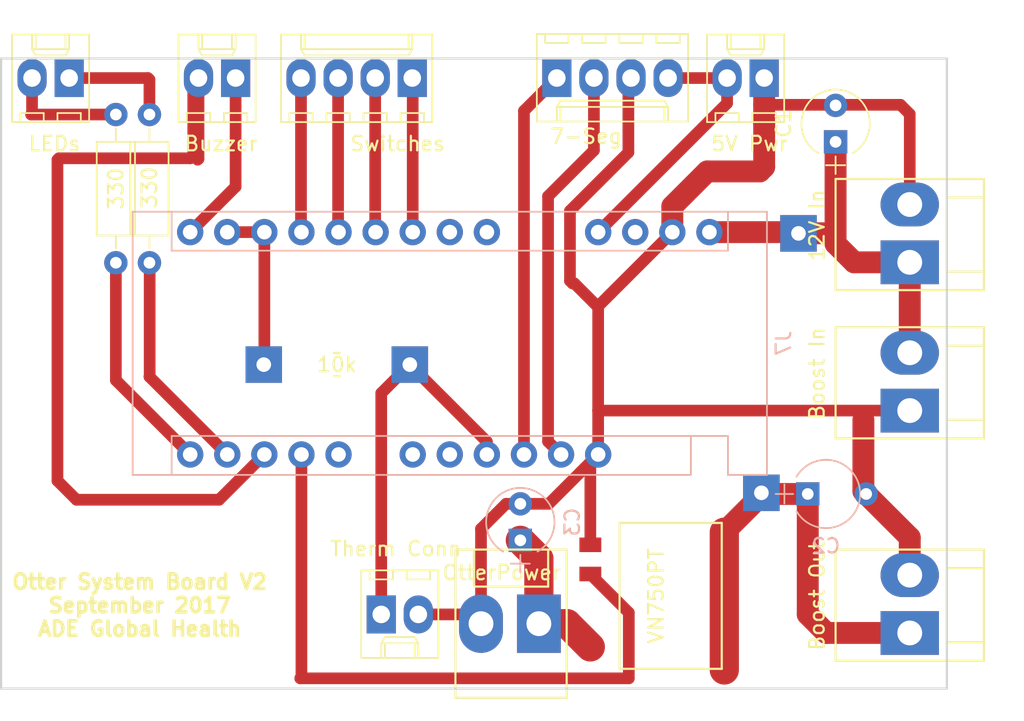
<source format=kicad_pcb>
(kicad_pcb (version 4) (host pcbnew 4.0.6)

  (general
    (links 40)
    (no_connects 7)
    (area 78.664999 86.284999 143.585001 129.615001)
    (thickness 1.6)
    (drawings 5)
    (tracks 117)
    (zones 0)
    (modules 20)
    (nets 20)
  )

  (page A4)
  (layers
    (0 F.Cu signal)
    (31 B.Cu signal)
    (32 B.Adhes user)
    (33 F.Adhes user)
    (34 B.Paste user)
    (35 F.Paste user)
    (36 B.SilkS user)
    (37 F.SilkS user)
    (38 B.Mask user)
    (39 F.Mask user)
    (40 Dwgs.User user)
    (41 Cmts.User user)
    (42 Eco1.User user)
    (43 Eco2.User user)
    (44 Edge.Cuts user)
    (45 Margin user)
    (46 B.CrtYd user)
    (47 F.CrtYd user)
    (48 B.Fab user)
    (49 F.Fab user)
  )

  (setup
    (last_trace_width 0.8)
    (user_trace_width 0.8)
    (user_trace_width 1.5)
    (user_trace_width 2)
    (trace_clearance 0)
    (zone_clearance 0.508)
    (zone_45_only no)
    (trace_min 0.2)
    (segment_width 0.2)
    (edge_width 0.15)
    (via_size 0.6)
    (via_drill 0.4)
    (via_min_size 0.4)
    (via_min_drill 0.3)
    (uvia_size 0.3)
    (uvia_drill 0.1)
    (uvias_allowed no)
    (uvia_min_size 0.2)
    (uvia_min_drill 0.1)
    (pcb_text_width 0.3)
    (pcb_text_size 1.5 1.5)
    (mod_edge_width 0.15)
    (mod_text_size 1 1)
    (mod_text_width 0.15)
    (pad_size 1.8 1.8)
    (pad_drill 1)
    (pad_to_mask_clearance 0.2)
    (aux_axis_origin 0 0)
    (grid_origin 125.73 116.84)
    (visible_elements 7FFFF7FF)
    (pcbplotparams
      (layerselection 0x3ffff_80000001)
      (usegerberextensions false)
      (excludeedgelayer true)
      (linewidth 0.100000)
      (plotframeref false)
      (viasonmask false)
      (mode 1)
      (useauxorigin false)
      (hpglpennumber 1)
      (hpglpenspeed 20)
      (hpglpendiameter 15)
      (hpglpenoverlay 2)
      (psnegative false)
      (psa4output false)
      (plotreference false)
      (plotvalue false)
      (plotinvisibletext false)
      (padsonsilk false)
      (subtractmaskfromsilk false)
      (outputformat 4)
      (mirror false)
      (drillshape 0)
      (scaleselection 1)
      (outputdirectory ""))
  )

  (net 0 "")
  (net 1 GND)
  (net 2 "Net-(J7-PadA1)")
  (net 3 "Net-(J4-Pad1)")
  (net 4 "Net-(J4-Pad2)")
  (net 5 "Net-(J7-PadA3)")
  (net 6 +24V)
  (net 7 "Net-(J6-Pad1)")
  (net 8 "Net-(J7-PadA0)")
  (net 9 "Net-(J10-Pad1)")
  (net 10 "Net-(J7-PadA2)")
  (net 11 "Net-(J10-Pad2)")
  (net 12 "Net-(J7-PadD11)")
  (net 13 "Net-(J7-PadD12)")
  (net 14 "Net-(J7-Pad3.3V)")
  (net 15 +5V)
  (net 16 "Net-(J7-PadD4)")
  (net 17 "Net-(J7-PadA5)")
  (net 18 "Net-(C1-Pad1)")
  (net 19 +12V)

  (net_class Default "This is the default net class."
    (clearance 0)
    (trace_width 0.8)
    (via_dia 0.6)
    (via_drill 0.4)
    (uvia_dia 0.3)
    (uvia_drill 0.1)
    (add_net +12V)
    (add_net +24V)
    (add_net +5V)
    (add_net GND)
    (add_net "Net-(C1-Pad1)")
    (add_net "Net-(J10-Pad1)")
    (add_net "Net-(J10-Pad2)")
    (add_net "Net-(J4-Pad1)")
    (add_net "Net-(J4-Pad2)")
    (add_net "Net-(J6-Pad1)")
    (add_net "Net-(J7-Pad3.3V)")
    (add_net "Net-(J7-PadA0)")
    (add_net "Net-(J7-PadA1)")
    (add_net "Net-(J7-PadA2)")
    (add_net "Net-(J7-PadA3)")
    (add_net "Net-(J7-PadA5)")
    (add_net "Net-(J7-PadD11)")
    (add_net "Net-(J7-PadD12)")
    (add_net "Net-(J7-PadD4)")
  )

  (net_class +12V ""
    (clearance 0)
    (trace_width 1.5)
    (via_dia 0.6)
    (via_drill 0.4)
    (uvia_dia 0.3)
    (uvia_drill 0.1)
  )

  (net_class +24V ""
    (clearance 0)
    (trace_width 1.5)
    (via_dia 0.6)
    (via_drill 0.4)
    (uvia_dia 0.3)
    (uvia_drill 0.1)
  )

  (module Modules:Arduino_Nano (layer B.Cu) (tedit 59C55B30) (tstamp 59931A9B)
    (at 127.25 113.5 90)
    (descr "Arduino Nano, http://www.mouser.com/pdfdocs/Gravitech_Arduino_Nano3_0.pdf")
    (tags "Arduino Nano")
    (path /5991E2A5)
    (fp_text reference J7 (at 7.62 5.08 90) (layer B.SilkS)
      (effects (font (size 1 1) (thickness 0.15)) (justify mirror))
    )
    (fp_text value "Arduino Micro" (at 8.89 -19.05 360) (layer B.Fab)
      (effects (font (size 1 1) (thickness 0.15)) (justify mirror))
    )
    (fp_text user %R (at 6.35 -19.05 360) (layer B.Fab)
      (effects (font (size 1 1) (thickness 0.15)) (justify mirror))
    )
    (fp_line (start 1.27 -1.27) (end 1.27 1.27) (layer B.SilkS) (width 0.12))
    (fp_line (start 1.27 1.27) (end -1.4 1.27) (layer B.SilkS) (width 0.12))
    (fp_line (start -1.4 -1.27) (end -1.4 -39.5) (layer B.SilkS) (width 0.12))
    (fp_line (start -1.4 3.94) (end -1.4 1.27) (layer B.SilkS) (width 0.12))
    (fp_line (start 13.97 1.27) (end 16.64 1.27) (layer B.SilkS) (width 0.12))
    (fp_line (start 13.97 1.27) (end 13.97 -36.83) (layer B.SilkS) (width 0.12))
    (fp_line (start 13.97 -36.83) (end 16.64 -36.83) (layer B.SilkS) (width 0.12))
    (fp_line (start 1.27 -1.27) (end -1.4 -1.27) (layer B.SilkS) (width 0.12))
    (fp_line (start 1.27 -1.27) (end 1.27 -36.83) (layer B.SilkS) (width 0.12))
    (fp_line (start 1.27 -36.83) (end -1.4 -36.83) (layer B.SilkS) (width 0.12))
    (fp_line (start 3.81 -31.75) (end 11.43 -31.75) (layer B.Fab) (width 0.1))
    (fp_line (start 11.43 -31.75) (end 11.43 -41.91) (layer B.Fab) (width 0.1))
    (fp_line (start 11.43 -41.91) (end 3.81 -41.91) (layer B.Fab) (width 0.1))
    (fp_line (start 3.81 -41.91) (end 3.81 -31.75) (layer B.Fab) (width 0.1))
    (fp_line (start -1.4 -39.5) (end 16.64 -39.5) (layer B.SilkS) (width 0.12))
    (fp_line (start 16.64 -39.5) (end 16.64 3.94) (layer B.SilkS) (width 0.12))
    (fp_line (start 16.64 3.94) (end -1.4 3.94) (layer B.SilkS) (width 0.12))
    (fp_line (start 16.51 -39.37) (end -1.27 -39.37) (layer B.Fab) (width 0.1))
    (fp_line (start -1.27 -39.37) (end -1.27 2.54) (layer B.Fab) (width 0.1))
    (fp_line (start -1.27 2.54) (end 0 3.81) (layer B.Fab) (width 0.1))
    (fp_line (start 0 3.81) (end 16.51 3.81) (layer B.Fab) (width 0.1))
    (fp_line (start 16.51 3.81) (end 16.51 -39.37) (layer B.Fab) (width 0.1))
    (fp_line (start -1.53 4.06) (end 16.75 4.06) (layer B.CrtYd) (width 0.05))
    (fp_line (start -1.53 4.06) (end -1.53 -42.16) (layer B.CrtYd) (width 0.05))
    (fp_line (start 16.75 -42.16) (end 16.75 4.06) (layer B.CrtYd) (width 0.05))
    (fp_line (start 16.75 -42.16) (end -1.53 -42.16) (layer B.CrtYd) (width 0.05))
    (pad 3.3V thru_hole oval (at 15.24 -33.02 90) (size 1.8 1.8) (drill 1) (layers *.Cu *.Mask)
      (net 14 "Net-(J7-Pad3.3V)"))
    (pad AREF thru_hole oval (at 15.24 -30.48 90) (size 1.8 1.8) (drill 1) (layers *.Cu *.Mask)
      (net 14 "Net-(J7-Pad3.3V)"))
    (pad A0 thru_hole oval (at 15.24 -27.94 90) (size 1.8 1.8) (drill 1) (layers *.Cu *.Mask)
      (net 8 "Net-(J7-PadA0)"))
    (pad GND thru_hole oval (at 0 -7.62 90) (size 1.8 1.8) (drill 1) (layers *.Cu *.Mask)
      (net 1 GND))
    (pad A1 thru_hole oval (at 15.24 -25.4 90) (size 1.8 1.8) (drill 1) (layers *.Cu *.Mask)
      (net 2 "Net-(J7-PadA1)"))
    (pad SDA thru_hole oval (at 0 -10.16 90) (size 1.8 1.8) (drill 1) (layers *.Cu *.Mask)
      (net 9 "Net-(J10-Pad1)"))
    (pad A2 thru_hole oval (at 15.24 -22.86 90) (size 1.8 1.8) (drill 1) (layers *.Cu *.Mask)
      (net 10 "Net-(J7-PadA2)"))
    (pad SCL thru_hole oval (at 0 -12.7 90) (size 1.8 1.8) (drill 1) (layers *.Cu *.Mask)
      (net 11 "Net-(J10-Pad2)"))
    (pad A3 thru_hole oval (at 15.24 -20.32 90) (size 1.8 1.8) (drill 1) (layers *.Cu *.Mask)
      (net 5 "Net-(J7-PadA3)"))
    (pad D4 thru_hole oval (at 0 -15.24 90) (size 1.8 1.8) (drill 1) (layers *.Cu *.Mask)
      (net 7 "Net-(J6-Pad1)"))
    (pad A4 thru_hole oval (at 15.24 -17.78 90) (size 1.8 1.8) (drill 1) (layers *.Cu *.Mask)
      (net 7 "Net-(J6-Pad1)"))
    (pad D5 thru_hole oval (at 0 -17.78 90) (size 1.8 1.8) (drill 1) (layers *.Cu *.Mask))
    (pad A5 thru_hole oval (at 15.24 -15.24 90) (size 1.8 1.8) (drill 1) (layers *.Cu *.Mask)
      (net 17 "Net-(J7-PadA5)"))
    (pad D6 thru_hole oval (at 0 -20.32 90) (size 1.8 1.8) (drill 1) (layers *.Cu *.Mask))
    (pad D8 thru_hole oval (at 0 -25.4 90) (size 1.8 1.8) (drill 1) (layers *.Cu *.Mask))
    (pad 5v thru_hole oval (at 15.24 -7.62 90) (size 1.8 1.8) (drill 1) (layers *.Cu *.Mask))
    (pad D9 thru_hole oval (at 0 -27.94 90) (size 1.8 1.8) (drill 1) (layers *.Cu *.Mask)
      (net 18 "Net-(C1-Pad1)"))
    (pad RS thru_hole oval (at 15.24 -5.08 90) (size 1.8 1.8) (drill 1) (layers *.Cu *.Mask))
    (pad D10 thru_hole oval (at 0 -30.48 90) (size 1.8 1.8) (drill 1) (layers *.Cu *.Mask))
    (pad GND thru_hole oval (at 15.24 -2.54 90) (size 1.8 1.8) (drill 1) (layers *.Cu *.Mask)
      (net 1 GND))
    (pad D11 thru_hole oval (at 0 -33.02 90) (size 1.8 1.8) (drill 1) (layers *.Cu *.Mask)
      (net 12 "Net-(J7-PadD11)"))
    (pad Vin thru_hole oval (at 15.24 0 90) (size 1.8 1.8) (drill 1) (layers *.Cu *.Mask)
      (net 19 +12V))
    (pad D12 thru_hole oval (at 0 -35.56 90) (size 1.8 1.8) (drill 1) (layers *.Cu *.Mask)
      (net 13 "Net-(J7-PadD12)"))
    (pad D13 thru_hole oval (at 15.24 -35.56 90) (size 1.8 1.8) (drill 1) (layers *.Cu *.Mask))
  )

  (module Resistors_Universal:Resistor_SMD+THTuniversal_0805to1206_RM10_HandSoldering (layer F.Cu) (tedit 59C55E91) (tstamp 59A2C914)
    (at 130.81 111.125 90)
    (descr "Resistor, SMD and THT, universal, 0805 to 1206,RM10,  Hand soldering,")
    (tags "Resistor, SMD and THT, universal, 0805 to 1206, RM10, Hand soldering,")
    (path /5991FC7B)
    (fp_text reference "" (at -5 -2 90) (layer F.SilkS)
      (effects (font (size 1 1) (thickness 0.15)))
    )
    (fp_text value "" (at -0.39878 2.70116 90) (layer F.Fab)
      (effects (font (size 1 1) (thickness 0.15)))
    )
    (pad 1 thru_hole rect (at -5.00126 0 270) (size 2.5 2.5) (drill 1.00076) (layers *.Cu *.Mask)
      (net 6 +24V))
  )

  (module Resistors_Universal:Resistor_SMD+THTuniversal_0805to1206_RM10_HandSoldering (layer F.Cu) (tedit 59C55EA6) (tstamp 59A2C8B8)
    (at 133.35 93.345 90)
    (descr "Resistor, SMD and THT, universal, 0805 to 1206,RM10,  Hand soldering,")
    (tags "Resistor, SMD and THT, universal, 0805 to 1206, RM10, Hand soldering,")
    (path /5991FC7B)
    (fp_text reference "" (at -5 -2 90) (layer F.SilkS)
      (effects (font (size 1 1) (thickness 0.15)))
    )
    (fp_text value 50k (at -0.39878 2.70116 90) (layer F.Fab)
      (effects (font (size 1 1) (thickness 0.15)))
    )
    (pad 1 thru_hole rect (at -5.00126 0 270) (size 2.5 2.5) (drill 1.00076) (layers *.Cu *.Mask)
      (net 19 +12V))
  )

  (module Capacitors_THT:CP_Radial_Tantal_D4.5mm_P2.50mm (layer B.Cu) (tedit 59C54FAA) (tstamp 59931939)
    (at 133.985 116.205)
    (descr "CP, Radial_Tantal series, Radial, pin pitch=2.50mm, , diameter=4.5mm, Tantal Electrolytic Capacitor, http://cdn-reichelt.de/documents/datenblatt/B300/TANTAL-TB-Serie%23.pdf")
    (tags "CP Radial_Tantal series Radial pin pitch 2.50mm  diameter 4.5mm Tantal Electrolytic Capacitor")
    (path /5993144A)
    (fp_text reference C2 (at 1.25 3.56) (layer B.SilkS)
      (effects (font (size 1 1) (thickness 0.15)) (justify mirror))
    )
    (fp_text value CP1 (at 1.25 -3.56) (layer B.Fab)
      (effects (font (size 1 1) (thickness 0.15)) (justify mirror))
    )
    (fp_arc (start 1.25 0) (end -0.770693 1.18) (angle -119.4) (layer B.SilkS) (width 0.12))
    (fp_arc (start 1.25 0) (end -0.770693 -1.18) (angle 119.4) (layer B.SilkS) (width 0.12))
    (fp_arc (start 1.25 0) (end 3.270693 1.18) (angle -60.6) (layer B.SilkS) (width 0.12))
    (fp_circle (center 1.25 0) (end 3.5 0) (layer B.Fab) (width 0.1))
    (fp_line (start -2.2 0) (end -1 0) (layer B.Fab) (width 0.1))
    (fp_line (start -1.6 0.65) (end -1.6 -0.65) (layer B.Fab) (width 0.1))
    (fp_line (start -2.2 0) (end -1 0) (layer B.SilkS) (width 0.12))
    (fp_line (start -1.6 0.65) (end -1.6 -0.65) (layer B.SilkS) (width 0.12))
    (fp_line (start -1.35 2.6) (end -1.35 -2.6) (layer B.CrtYd) (width 0.05))
    (fp_line (start -1.35 -2.6) (end 3.85 -2.6) (layer B.CrtYd) (width 0.05))
    (fp_line (start 3.85 -2.6) (end 3.85 2.6) (layer B.CrtYd) (width 0.05))
    (fp_line (start 3.85 2.6) (end -1.35 2.6) (layer B.CrtYd) (width 0.05))
    (fp_text user %R (at 1.905 0) (layer B.Fab)
      (effects (font (size 1 1) (thickness 0.15)) (justify mirror))
    )
    (pad 1 thru_hole rect (at 0 0) (size 1.6 1.6) (drill 0.8) (layers *.Cu *.Mask)
      (net 6 +24V))
    (pad 2 thru_hole circle (at 4 0) (size 1.6 1.6) (drill 0.8) (layers *.Cu *.Mask)
      (net 1 GND))
    (model ${KISYS3DMOD}/Capacitors_THT.3dshapes/CP_Radial_Tantal_D4.5mm_P2.50mm.wrl
      (at (xyz 0 0 0))
      (scale (xyz 1 1 1))
      (rotate (xyz 0 0 0))
    )
  )

  (module MyFootprints:VN750PT (layer F.Cu) (tedit 59C55EE1) (tstamp 59931AE3)
    (at 125.095 123.19 270)
    (path /5991F16C)
    (fp_text reference VN750PT (at 0 1.5 270) (layer F.SilkS)
      (effects (font (size 1 1) (thickness 0.15)))
    )
    (fp_text value VN750PT (at 0 -0.54 270) (layer F.Fab)
      (effects (font (size 1 1) (thickness 0.15)))
    )
    (fp_line (start 5 4) (end 5 -3) (layer F.SilkS) (width 0.15))
    (fp_line (start 5 -3) (end -5 -3) (layer F.SilkS) (width 0.15))
    (fp_line (start -5 -3) (end -5 4) (layer F.SilkS) (width 0.15))
    (fp_line (start -5 4) (end 5 4) (layer F.SilkS) (width 0.15))
    (pad Vcc smd rect (at 0 -3 270) (size 10 1.25) (layers F.Cu F.Paste F.Mask)
      (net 6 +24V))
    (pad GND smd rect (at -3.5 6 270) (size 1 1.5) (layers F.Cu F.Paste F.Mask)
      (net 1 GND))
    (pad Inpu smd rect (at -1.5 6 270) (size 1 1.5) (layers F.Cu F.Paste F.Mask)
      (net 18 "Net-(C1-Pad1)"))
    (pad Vout smd rect (at 3.5 6 270) (size 1 1.5) (layers F.Cu F.Paste F.Mask)
      (net 6 +24V))
  )

  (module Resistors_Universal:Resistor_SMD+THTuniversal_0805to1206_RM10_HandSoldering (layer F.Cu) (tedit 59C5600E) (tstamp 59931B19)
    (at 101.73 107.34 180)
    (descr "Resistor, SMD and THT, universal, 0805 to 1206,RM10,  Hand soldering,")
    (tags "Resistor, SMD and THT, universal, 0805 to 1206, RM10, Hand soldering,")
    (path /5991FC7B)
    (fp_text reference 10k (at 0 0 180) (layer F.SilkS)
      (effects (font (size 1 1) (thickness 0.15)))
    )
    (fp_text value "" (at 0.85 1.89 180) (layer F.Fab)
      (effects (font (size 1 1) (thickness 0.15)))
    )
    (fp_line (start 0 0.8001) (end 0.20066 0.8001) (layer F.SilkS) (width 0.15))
    (fp_line (start 0 0.8001) (end -0.20066 0.8001) (layer F.SilkS) (width 0.15))
    (fp_line (start -0.09906 -0.8001) (end -0.20066 -0.8001) (layer F.SilkS) (width 0.15))
    (fp_line (start -0.20066 -0.8001) (end 0.20066 -0.8001) (layer F.SilkS) (width 0.15))
    (pad 1 thru_hole rect (at -5.00126 0) (size 2.5 2.5) (drill 1.00076) (layers *.Cu *.Mask)
      (net 7 "Net-(J6-Pad1)"))
    (pad 2 thru_hole rect (at 5.00126 0) (size 2.5 2.5) (drill 1.00076) (layers *.Cu *.Mask)
      (net 14 "Net-(J7-Pad3.3V)"))
  )

  (module Connectors_Molex:Molex_KK-41791-02_02x3.96mm_Straight (layer F.Cu) (tedit 59C55E8C) (tstamp 59931A1D)
    (at 140.97 125.73 90)
    (descr "Connector Headers with Friction Lock, 26-60-4020, http://www.molex.com/pdm_docs/sd/026604020_sd.pdf")
    (tags "connector molex kk_41791 26-60-4020")
    (path /59920050)
    (fp_text reference "Boost Out" (at 2.54 -6.35 90) (layer F.SilkS)
      (effects (font (size 1 1) (thickness 0.15)))
    )
    (fp_text value "Boost-Converter Output" (at 3.175 6.985 90) (layer F.Fab)
      (effects (font (size 1 1) (thickness 0.15)))
    )
    (fp_line (start -2.5 -5.75) (end 6.25 -5.75) (layer F.CrtYd) (width 0.05))
    (fp_line (start 6.25 -5.75) (end 6.25 5.75) (layer F.CrtYd) (width 0.05))
    (fp_line (start 6.25 5.75) (end -2.5 5.75) (layer F.CrtYd) (width 0.05))
    (fp_line (start -2.5 5.75) (end -2.5 -5.75) (layer F.CrtYd) (width 0.05))
    (fp_text user %R (at 1.905 0 90) (layer F.Fab)
      (effects (font (size 1 1) (thickness 0.15)))
    )
    (fp_line (start -2.032 -5.207) (end 5.842 -5.207) (layer F.Fab) (width 0.15))
    (fp_line (start 5.842 -5.207) (end 5.842 5.207) (layer F.Fab) (width 0.15))
    (fp_line (start 5.842 5.207) (end -2.032 5.207) (layer F.Fab) (width 0.15))
    (fp_line (start -2.032 5.207) (end -2.032 -5.207) (layer F.Fab) (width 0.15))
    (fp_line (start -0.635 5.08) (end -0.635 2.54) (layer F.SilkS) (width 0.15))
    (fp_line (start -0.635 2.54) (end 4.445 2.54) (layer F.SilkS) (width 0.15))
    (fp_line (start 4.445 2.54) (end 4.445 5.08) (layer F.SilkS) (width 0.15))
    (fp_line (start 5.715 5.08) (end -1.905 5.08) (layer F.SilkS) (width 0.15))
    (fp_line (start -1.905 5.08) (end -1.905 -5.08) (layer F.SilkS) (width 0.15))
    (fp_line (start -1.905 -5.08) (end 5.715 -5.08) (layer F.SilkS) (width 0.15))
    (fp_line (start 5.715 -5.08) (end 5.715 5.08) (layer F.SilkS) (width 0.15))
    (pad 1 thru_hole rect (at 0 0 90) (size 3 4) (drill 1.7) (layers *.Cu *.Mask)
      (net 6 +24V))
    (pad 2 thru_hole oval (at 3.9624 0 90) (size 3 4) (drill 1.7) (layers *.Cu *.Mask)
      (net 1 GND))
  )

  (module Connectors_Molex:Molex_KK-41791-02_02x3.96mm_Straight (layer F.Cu) (tedit 59C55F11) (tstamp 59931A33)
    (at 115.57 125.095 180)
    (descr "Connector Headers with Friction Lock, 26-60-4020, http://www.molex.com/pdm_docs/sd/026604020_sd.pdf")
    (tags "connector molex kk_41791 26-60-4020")
    (path /59920556)
    (fp_text reference OtterPower (at 2.54 3.5 180) (layer F.SilkS)
      (effects (font (size 1 1) (thickness 0.15)))
    )
    (fp_text value OtterPower (at 3.175 6.985 180) (layer F.Fab)
      (effects (font (size 1 1) (thickness 0.15)))
    )
    (fp_line (start -2.5 -5.75) (end 6.25 -5.75) (layer F.CrtYd) (width 0.05))
    (fp_line (start 6.25 -5.75) (end 6.25 5.75) (layer F.CrtYd) (width 0.05))
    (fp_line (start 6.25 5.75) (end -2.5 5.75) (layer F.CrtYd) (width 0.05))
    (fp_line (start -2.5 5.75) (end -2.5 -5.75) (layer F.CrtYd) (width 0.05))
    (fp_text user %R (at 1.905 0 180) (layer F.Fab)
      (effects (font (size 1 1) (thickness 0.15)))
    )
    (fp_line (start -2.032 -5.207) (end 5.842 -5.207) (layer F.Fab) (width 0.15))
    (fp_line (start 5.842 -5.207) (end 5.842 5.207) (layer F.Fab) (width 0.15))
    (fp_line (start 5.842 5.207) (end -2.032 5.207) (layer F.Fab) (width 0.15))
    (fp_line (start -2.032 5.207) (end -2.032 -5.207) (layer F.Fab) (width 0.15))
    (fp_line (start -0.635 5.08) (end -0.635 2.54) (layer F.SilkS) (width 0.15))
    (fp_line (start -0.635 2.54) (end 4.445 2.54) (layer F.SilkS) (width 0.15))
    (fp_line (start 4.445 2.54) (end 4.445 5.08) (layer F.SilkS) (width 0.15))
    (fp_line (start 5.715 5.08) (end -1.905 5.08) (layer F.SilkS) (width 0.15))
    (fp_line (start -1.905 5.08) (end -1.905 -5.08) (layer F.SilkS) (width 0.15))
    (fp_line (start -1.905 -5.08) (end 5.715 -5.08) (layer F.SilkS) (width 0.15))
    (fp_line (start 5.715 -5.08) (end 5.715 5.08) (layer F.SilkS) (width 0.15))
    (pad 1 thru_hole rect (at 0 0 180) (size 3 4) (drill 1.7) (layers *.Cu *.Mask)
      (net 6 +24V))
    (pad 2 thru_hole oval (at 3.9624 0 180) (size 3 4) (drill 1.7) (layers *.Cu *.Mask)
      (net 1 GND))
  )

  (module Capacitors_THT:CP_Radial_Tantal_D4.5mm_P2.50mm (layer B.Cu) (tedit 59972632) (tstamp 59931A07)
    (at 114.3 119.38 90)
    (descr "CP, Radial_Tantal series, Radial, pin pitch=2.50mm, , diameter=4.5mm, Tantal Electrolytic Capacitor, http://cdn-reichelt.de/documents/datenblatt/B300/TANTAL-TB-Serie%23.pdf")
    (tags "CP Radial_Tantal series Radial pin pitch 2.50mm  diameter 4.5mm Tantal Electrolytic Capacitor")
    (path /5993157A)
    (fp_text reference C3 (at 1.25 3.56 90) (layer B.SilkS)
      (effects (font (size 1 1) (thickness 0.15)) (justify mirror))
    )
    (fp_text value CP1 (at 1.25 -3.56 90) (layer B.Fab)
      (effects (font (size 1 1) (thickness 0.15)) (justify mirror))
    )
    (fp_arc (start 1.25 0) (end -0.770693 1.18) (angle -119.4) (layer B.SilkS) (width 0.12))
    (fp_arc (start 1.25 0) (end -0.770693 -1.18) (angle 119.4) (layer B.SilkS) (width 0.12))
    (fp_arc (start 1.25 0) (end 3.270693 1.18) (angle -60.6) (layer B.SilkS) (width 0.12))
    (fp_circle (center 1.25 0) (end 3.5 0) (layer B.Fab) (width 0.1))
    (fp_line (start -2.2 0) (end -1 0) (layer B.Fab) (width 0.1))
    (fp_line (start -1.6 0.65) (end -1.6 -0.65) (layer B.Fab) (width 0.1))
    (fp_line (start -2.2 0) (end -1 0) (layer B.SilkS) (width 0.12))
    (fp_line (start -1.6 0.65) (end -1.6 -0.65) (layer B.SilkS) (width 0.12))
    (fp_line (start -1.35 2.6) (end -1.35 -2.6) (layer B.CrtYd) (width 0.05))
    (fp_line (start -1.35 -2.6) (end 3.85 -2.6) (layer B.CrtYd) (width 0.05))
    (fp_line (start 3.85 -2.6) (end 3.85 2.6) (layer B.CrtYd) (width 0.05))
    (fp_line (start 3.85 2.6) (end -1.35 2.6) (layer B.CrtYd) (width 0.05))
    (fp_text user %R (at 1.25 0 90) (layer B.Fab)
      (effects (font (size 1 1) (thickness 0.15)) (justify mirror))
    )
    (pad + thru_hole rect (at 0 0 90) (size 1.6 1.6) (drill 0.8) (layers *.Cu *.Mask)
      (net 6 +24V))
    (pad 2 thru_hole circle (at 2.5 0 90) (size 1.6 1.6) (drill 0.8) (layers *.Cu *.Mask)
      (net 1 GND))
    (model ${KISYS3DMOD}/Capacitors_THT.3dshapes/CP_Radial_Tantal_D4.5mm_P2.50mm.wrl
      (at (xyz 0 0 0))
      (scale (xyz 1 1 1))
      (rotate (xyz 0 0 0))
    )
  )

  (module Connectors_Molex:Molex_KK-6410-02_02x2.54mm_Straight (layer F.Cu) (tedit 59C55D48) (tstamp 599346AB)
    (at 131 87.7 180)
    (descr "Connector Headers with Friction Lock, 22-27-2021, http://www.molex.com/pdm_docs/sd/022272021_sd.pdf")
    (tags "connector molex kk_6410 22-27-2021")
    (path /59936CE5)
    (fp_text reference "5V Pwr" (at 1 -4.5 180) (layer F.SilkS)
      (effects (font (size 1 1) (thickness 0.15)))
    )
    (fp_text value "GND 5V Connector" (at 1.27 4.5 180) (layer F.Fab)
      (effects (font (size 1 1) (thickness 0.15)))
    )
    (fp_line (start -1.47 -3.12) (end -1.47 3.08) (layer F.Fab) (width 0.12))
    (fp_line (start -1.47 3.08) (end 4.01 3.08) (layer F.Fab) (width 0.12))
    (fp_line (start 4.01 3.08) (end 4.01 -3.12) (layer F.Fab) (width 0.12))
    (fp_line (start 4.01 -3.12) (end -1.47 -3.12) (layer F.Fab) (width 0.12))
    (fp_line (start -1.37 -3.02) (end -1.37 2.98) (layer F.SilkS) (width 0.12))
    (fp_line (start -1.37 2.98) (end 3.91 2.98) (layer F.SilkS) (width 0.12))
    (fp_line (start 3.91 2.98) (end 3.91 -3.02) (layer F.SilkS) (width 0.12))
    (fp_line (start 3.91 -3.02) (end -1.37 -3.02) (layer F.SilkS) (width 0.12))
    (fp_line (start 0 2.98) (end 0 1.98) (layer F.SilkS) (width 0.12))
    (fp_line (start 0 1.98) (end 2.54 1.98) (layer F.SilkS) (width 0.12))
    (fp_line (start 2.54 1.98) (end 2.54 2.98) (layer F.SilkS) (width 0.12))
    (fp_line (start 0 1.98) (end 0.25 1.55) (layer F.SilkS) (width 0.12))
    (fp_line (start 0.25 1.55) (end 2.29 1.55) (layer F.SilkS) (width 0.12))
    (fp_line (start 2.29 1.55) (end 2.54 1.98) (layer F.SilkS) (width 0.12))
    (fp_line (start 0.25 2.98) (end 0.25 1.98) (layer F.SilkS) (width 0.12))
    (fp_line (start 2.29 2.98) (end 2.29 1.98) (layer F.SilkS) (width 0.12))
    (fp_line (start -0.8 -3.02) (end -0.8 -2.4) (layer F.SilkS) (width 0.12))
    (fp_line (start -0.8 -2.4) (end 0.8 -2.4) (layer F.SilkS) (width 0.12))
    (fp_line (start 0.8 -2.4) (end 0.8 -3.02) (layer F.SilkS) (width 0.12))
    (fp_line (start 1.74 -3.02) (end 1.74 -2.4) (layer F.SilkS) (width 0.12))
    (fp_line (start 1.74 -2.4) (end 3.34 -2.4) (layer F.SilkS) (width 0.12))
    (fp_line (start 3.34 -2.4) (end 3.34 -3.02) (layer F.SilkS) (width 0.12))
    (fp_line (start -1.9 3.5) (end -1.9 -3.55) (layer F.CrtYd) (width 0.05))
    (fp_line (start -1.9 -3.55) (end 4.45 -3.55) (layer F.CrtYd) (width 0.05))
    (fp_line (start 4.45 -3.55) (end 4.45 3.5) (layer F.CrtYd) (width 0.05))
    (fp_line (start 4.45 3.5) (end -1.9 3.5) (layer F.CrtYd) (width 0.05))
    (fp_text user %R (at 1.27 0 180) (layer F.Fab)
      (effects (font (size 1 1) (thickness 0.15)))
    )
    (pad 1 thru_hole rect (at 0 0 180) (size 2 2.6) (drill 1.2) (layers *.Cu *.Mask)
      (net 1 GND))
    (pad 2 thru_hole oval (at 2.54 0 180) (size 2 2.6) (drill 1.2) (layers *.Cu *.Mask)
      (net 15 +5V))
    (model ${KISYS3DMOD}/Connectors_Molex.3dshapes/Molex_KK-6410-02_02x2.54mm_Straight.wrl
      (at (xyz 0 0 0))
      (scale (xyz 1 1 1))
      (rotate (xyz 0 0 0))
    )
  )

  (module Connectors_Molex:Molex_KK-6410-04_04x2.54mm_Straight (layer F.Cu) (tedit 59C55F31) (tstamp 599346DC)
    (at 116.8 87.7)
    (descr "Connector Headers with Friction Lock, 22-27-2041, http://www.molex.com/pdm_docs/sd/022272021_sd.pdf")
    (tags "connector molex kk_6410 22-27-2041")
    (path /599249A4)
    (fp_text reference 7-Seg (at 2 4) (layer F.SilkS)
      (effects (font (size 1 1) (thickness 0.15)))
    )
    (fp_text value 7-Seg (at 3.81 4.5) (layer F.Fab)
      (effects (font (size 1 1) (thickness 0.15)))
    )
    (fp_line (start -1.47 -3.12) (end -1.47 3.08) (layer F.Fab) (width 0.12))
    (fp_line (start -1.47 3.08) (end 9.09 3.08) (layer F.Fab) (width 0.12))
    (fp_line (start 9.09 3.08) (end 9.09 -3.12) (layer F.Fab) (width 0.12))
    (fp_line (start 9.09 -3.12) (end -1.47 -3.12) (layer F.Fab) (width 0.12))
    (fp_line (start -1.37 -3.02) (end -1.37 2.98) (layer F.SilkS) (width 0.12))
    (fp_line (start -1.37 2.98) (end 8.99 2.98) (layer F.SilkS) (width 0.12))
    (fp_line (start 8.99 2.98) (end 8.99 -3.02) (layer F.SilkS) (width 0.12))
    (fp_line (start 8.99 -3.02) (end -1.37 -3.02) (layer F.SilkS) (width 0.12))
    (fp_line (start 0 2.98) (end 0 1.98) (layer F.SilkS) (width 0.12))
    (fp_line (start 0 1.98) (end 7.62 1.98) (layer F.SilkS) (width 0.12))
    (fp_line (start 7.62 1.98) (end 7.62 2.98) (layer F.SilkS) (width 0.12))
    (fp_line (start 0 1.98) (end 0.25 1.55) (layer F.SilkS) (width 0.12))
    (fp_line (start 0.25 1.55) (end 7.37 1.55) (layer F.SilkS) (width 0.12))
    (fp_line (start 7.37 1.55) (end 7.62 1.98) (layer F.SilkS) (width 0.12))
    (fp_line (start 0.25 2.98) (end 0.25 1.98) (layer F.SilkS) (width 0.12))
    (fp_line (start 7.37 2.98) (end 7.37 1.98) (layer F.SilkS) (width 0.12))
    (fp_line (start -0.8 -3.02) (end -0.8 -2.4) (layer F.SilkS) (width 0.12))
    (fp_line (start -0.8 -2.4) (end 0.8 -2.4) (layer F.SilkS) (width 0.12))
    (fp_line (start 0.8 -2.4) (end 0.8 -3.02) (layer F.SilkS) (width 0.12))
    (fp_line (start 1.74 -3.02) (end 1.74 -2.4) (layer F.SilkS) (width 0.12))
    (fp_line (start 1.74 -2.4) (end 3.34 -2.4) (layer F.SilkS) (width 0.12))
    (fp_line (start 3.34 -2.4) (end 3.34 -3.02) (layer F.SilkS) (width 0.12))
    (fp_line (start 4.28 -3.02) (end 4.28 -2.4) (layer F.SilkS) (width 0.12))
    (fp_line (start 4.28 -2.4) (end 5.88 -2.4) (layer F.SilkS) (width 0.12))
    (fp_line (start 5.88 -2.4) (end 5.88 -3.02) (layer F.SilkS) (width 0.12))
    (fp_line (start 6.82 -3.02) (end 6.82 -2.4) (layer F.SilkS) (width 0.12))
    (fp_line (start 6.82 -2.4) (end 8.42 -2.4) (layer F.SilkS) (width 0.12))
    (fp_line (start 8.42 -2.4) (end 8.42 -3.02) (layer F.SilkS) (width 0.12))
    (fp_line (start -1.9 3.5) (end -1.9 -3.55) (layer F.CrtYd) (width 0.05))
    (fp_line (start -1.9 -3.55) (end 9.5 -3.55) (layer F.CrtYd) (width 0.05))
    (fp_line (start 9.5 -3.55) (end 9.5 3.5) (layer F.CrtYd) (width 0.05))
    (fp_line (start 9.5 3.5) (end -1.9 3.5) (layer F.CrtYd) (width 0.05))
    (fp_text user %R (at 3.81 0) (layer F.Fab)
      (effects (font (size 1 1) (thickness 0.15)))
    )
    (pad 1 thru_hole rect (at 0 0) (size 2 2.6) (drill 1.2) (layers *.Cu *.Mask)
      (net 9 "Net-(J10-Pad1)"))
    (pad 2 thru_hole oval (at 2.54 0) (size 2 2.6) (drill 1.2) (layers *.Cu *.Mask)
      (net 11 "Net-(J10-Pad2)"))
    (pad 3 thru_hole oval (at 5.08 0) (size 2 2.6) (drill 1.2) (layers *.Cu *.Mask)
      (net 1 GND))
    (pad 4 thru_hole oval (at 7.62 0) (size 2 2.6) (drill 1.2) (layers *.Cu *.Mask)
      (net 15 +5V))
    (model ${KISYS3DMOD}/Connectors_Molex.3dshapes/Molex_KK-6410-04_04x2.54mm_Straight.wrl
      (at (xyz 0 0 0))
      (scale (xyz 1 1 1))
      (rotate (xyz 0 0 0))
    )
  )

  (module Connectors_Molex:Molex_KK-6410-04_04x2.54mm_Straight (layer F.Cu) (tedit 59C55D2A) (tstamp 59931AD1)
    (at 106.9 87.7 180)
    (descr "Connector Headers with Friction Lock, 22-27-2041, http://www.molex.com/pdm_docs/sd/022272021_sd.pdf")
    (tags "connector molex kk_6410 22-27-2041")
    (path /59922939)
    (fp_text reference Switches (at 1 -4.5 180) (layer F.SilkS)
      (effects (font (size 1 1) (thickness 0.15)))
    )
    (fp_text value "Dome Switches" (at 3.81 4.5 180) (layer F.Fab)
      (effects (font (size 1 1) (thickness 0.15)))
    )
    (fp_line (start -1.47 -3.12) (end -1.47 3.08) (layer F.Fab) (width 0.12))
    (fp_line (start -1.47 3.08) (end 9.09 3.08) (layer F.Fab) (width 0.12))
    (fp_line (start 9.09 3.08) (end 9.09 -3.12) (layer F.Fab) (width 0.12))
    (fp_line (start 9.09 -3.12) (end -1.47 -3.12) (layer F.Fab) (width 0.12))
    (fp_line (start -1.37 -3.02) (end -1.37 2.98) (layer F.SilkS) (width 0.12))
    (fp_line (start -1.37 2.98) (end 8.99 2.98) (layer F.SilkS) (width 0.12))
    (fp_line (start 8.99 2.98) (end 8.99 -3.02) (layer F.SilkS) (width 0.12))
    (fp_line (start 8.99 -3.02) (end -1.37 -3.02) (layer F.SilkS) (width 0.12))
    (fp_line (start 0 2.98) (end 0 1.98) (layer F.SilkS) (width 0.12))
    (fp_line (start 0 1.98) (end 7.62 1.98) (layer F.SilkS) (width 0.12))
    (fp_line (start 7.62 1.98) (end 7.62 2.98) (layer F.SilkS) (width 0.12))
    (fp_line (start 0 1.98) (end 0.25 1.55) (layer F.SilkS) (width 0.12))
    (fp_line (start 0.25 1.55) (end 7.37 1.55) (layer F.SilkS) (width 0.12))
    (fp_line (start 7.37 1.55) (end 7.62 1.98) (layer F.SilkS) (width 0.12))
    (fp_line (start 0.25 2.98) (end 0.25 1.98) (layer F.SilkS) (width 0.12))
    (fp_line (start 7.37 2.98) (end 7.37 1.98) (layer F.SilkS) (width 0.12))
    (fp_line (start -0.8 -3.02) (end -0.8 -2.4) (layer F.SilkS) (width 0.12))
    (fp_line (start -0.8 -2.4) (end 0.8 -2.4) (layer F.SilkS) (width 0.12))
    (fp_line (start 0.8 -2.4) (end 0.8 -3.02) (layer F.SilkS) (width 0.12))
    (fp_line (start 1.74 -3.02) (end 1.74 -2.4) (layer F.SilkS) (width 0.12))
    (fp_line (start 1.74 -2.4) (end 3.34 -2.4) (layer F.SilkS) (width 0.12))
    (fp_line (start 3.34 -2.4) (end 3.34 -3.02) (layer F.SilkS) (width 0.12))
    (fp_line (start 4.28 -3.02) (end 4.28 -2.4) (layer F.SilkS) (width 0.12))
    (fp_line (start 4.28 -2.4) (end 5.88 -2.4) (layer F.SilkS) (width 0.12))
    (fp_line (start 5.88 -2.4) (end 5.88 -3.02) (layer F.SilkS) (width 0.12))
    (fp_line (start 6.82 -3.02) (end 6.82 -2.4) (layer F.SilkS) (width 0.12))
    (fp_line (start 6.82 -2.4) (end 8.42 -2.4) (layer F.SilkS) (width 0.12))
    (fp_line (start 8.42 -2.4) (end 8.42 -3.02) (layer F.SilkS) (width 0.12))
    (fp_line (start -1.9 3.5) (end -1.9 -3.55) (layer F.CrtYd) (width 0.05))
    (fp_line (start -1.9 -3.55) (end 9.5 -3.55) (layer F.CrtYd) (width 0.05))
    (fp_line (start 9.5 -3.55) (end 9.5 3.5) (layer F.CrtYd) (width 0.05))
    (fp_line (start 9.5 3.5) (end -1.9 3.5) (layer F.CrtYd) (width 0.05))
    (fp_text user %R (at 3.81 0 180) (layer F.Fab)
      (effects (font (size 1 1) (thickness 0.15)))
    )
    (pad 1 thru_hole rect (at 0 0 180) (size 2 2.6) (drill 1.2) (layers *.Cu *.Mask)
      (net 5 "Net-(J7-PadA3)"))
    (pad 2 thru_hole oval (at 2.54 0 180) (size 2 2.6) (drill 1.2) (layers *.Cu *.Mask)
      (net 10 "Net-(J7-PadA2)"))
    (pad 3 thru_hole oval (at 5.08 0 180) (size 2 2.6) (drill 1.2) (layers *.Cu *.Mask)
      (net 2 "Net-(J7-PadA1)"))
    (pad 4 thru_hole oval (at 7.62 0 180) (size 2 2.6) (drill 1.2) (layers *.Cu *.Mask)
      (net 8 "Net-(J7-PadA0)"))
    (model ${KISYS3DMOD}/Connectors_Molex.3dshapes/Molex_KK-6410-04_04x2.54mm_Straight.wrl
      (at (xyz 0 0 0))
      (scale (xyz 1 1 1))
      (rotate (xyz 0 0 0))
    )
  )

  (module Connectors_Molex:Molex_KK-6410-02_02x2.54mm_Straight (layer F.Cu) (tedit 59C55D15) (tstamp 59957DC8)
    (at 94.8 87.7 180)
    (descr "Connector Headers with Friction Lock, 22-27-2021, http://www.molex.com/pdm_docs/sd/022272021_sd.pdf")
    (tags "connector molex kk_6410 22-27-2021")
    (path /599471D6)
    (fp_text reference Buzzer (at 1 -4.5 180) (layer F.SilkS)
      (effects (font (size 1 1) (thickness 0.15)))
    )
    (fp_text value "Buzzer Connector" (at 1.27 4.5 180) (layer F.Fab)
      (effects (font (size 1 1) (thickness 0.15)))
    )
    (fp_line (start -1.47 -3.12) (end -1.47 3.08) (layer F.Fab) (width 0.12))
    (fp_line (start -1.47 3.08) (end 4.01 3.08) (layer F.Fab) (width 0.12))
    (fp_line (start 4.01 3.08) (end 4.01 -3.12) (layer F.Fab) (width 0.12))
    (fp_line (start 4.01 -3.12) (end -1.47 -3.12) (layer F.Fab) (width 0.12))
    (fp_line (start -1.37 -3.02) (end -1.37 2.98) (layer F.SilkS) (width 0.12))
    (fp_line (start -1.37 2.98) (end 3.91 2.98) (layer F.SilkS) (width 0.12))
    (fp_line (start 3.91 2.98) (end 3.91 -3.02) (layer F.SilkS) (width 0.12))
    (fp_line (start 3.91 -3.02) (end -1.37 -3.02) (layer F.SilkS) (width 0.12))
    (fp_line (start 0 2.98) (end 0 1.98) (layer F.SilkS) (width 0.12))
    (fp_line (start 0 1.98) (end 2.54 1.98) (layer F.SilkS) (width 0.12))
    (fp_line (start 2.54 1.98) (end 2.54 2.98) (layer F.SilkS) (width 0.12))
    (fp_line (start 0 1.98) (end 0.25 1.55) (layer F.SilkS) (width 0.12))
    (fp_line (start 0.25 1.55) (end 2.29 1.55) (layer F.SilkS) (width 0.12))
    (fp_line (start 2.29 1.55) (end 2.54 1.98) (layer F.SilkS) (width 0.12))
    (fp_line (start 0.25 2.98) (end 0.25 1.98) (layer F.SilkS) (width 0.12))
    (fp_line (start 2.29 2.98) (end 2.29 1.98) (layer F.SilkS) (width 0.12))
    (fp_line (start -0.8 -3.02) (end -0.8 -2.4) (layer F.SilkS) (width 0.12))
    (fp_line (start -0.8 -2.4) (end 0.8 -2.4) (layer F.SilkS) (width 0.12))
    (fp_line (start 0.8 -2.4) (end 0.8 -3.02) (layer F.SilkS) (width 0.12))
    (fp_line (start 1.74 -3.02) (end 1.74 -2.4) (layer F.SilkS) (width 0.12))
    (fp_line (start 1.74 -2.4) (end 3.34 -2.4) (layer F.SilkS) (width 0.12))
    (fp_line (start 3.34 -2.4) (end 3.34 -3.02) (layer F.SilkS) (width 0.12))
    (fp_line (start -1.9 3.5) (end -1.9 -3.55) (layer F.CrtYd) (width 0.05))
    (fp_line (start -1.9 -3.55) (end 4.45 -3.55) (layer F.CrtYd) (width 0.05))
    (fp_line (start 4.45 -3.55) (end 4.45 3.5) (layer F.CrtYd) (width 0.05))
    (fp_line (start 4.45 3.5) (end -1.9 3.5) (layer F.CrtYd) (width 0.05))
    (fp_text user %R (at 1.27 0 180) (layer F.Fab)
      (effects (font (size 1 1) (thickness 0.15)))
    )
    (pad 1 thru_hole rect (at 0 0 180) (size 2 2.6) (drill 1.2) (layers *.Cu *.Mask)
      (net 17 "Net-(J7-PadA5)"))
    (pad 2 thru_hole oval (at 2.54 0 180) (size 2 2.6) (drill 1.2) (layers *.Cu *.Mask)
      (net 16 "Net-(J7-PadD4)"))
    (model ${KISYS3DMOD}/Connectors_Molex.3dshapes/Molex_KK-6410-02_02x2.54mm_Straight.wrl
      (at (xyz 0 0 0))
      (scale (xyz 1 1 1))
      (rotate (xyz 0 0 0))
    )
  )

  (module Connectors_Molex:Molex_KK-6410-02_02x2.54mm_Straight (layer F.Cu) (tedit 59C55D1C) (tstamp 59933DD9)
    (at 83.4 87.7 180)
    (descr "Connector Headers with Friction Lock, 22-27-2021, http://www.molex.com/pdm_docs/sd/022272021_sd.pdf")
    (tags "connector molex kk_6410 22-27-2021")
    (path /59923B14)
    (fp_text reference LEDs (at 1 -4.5 180) (layer F.SilkS)
      (effects (font (size 1 1) (thickness 0.15)))
    )
    (fp_text value LEDS (at 1.27 4.5 180) (layer F.Fab)
      (effects (font (size 1 1) (thickness 0.15)))
    )
    (fp_line (start -1.47 -3.12) (end -1.47 3.08) (layer F.Fab) (width 0.12))
    (fp_line (start -1.47 3.08) (end 4.01 3.08) (layer F.Fab) (width 0.12))
    (fp_line (start 4.01 3.08) (end 4.01 -3.12) (layer F.Fab) (width 0.12))
    (fp_line (start 4.01 -3.12) (end -1.47 -3.12) (layer F.Fab) (width 0.12))
    (fp_line (start -1.37 -3.02) (end -1.37 2.98) (layer F.SilkS) (width 0.12))
    (fp_line (start -1.37 2.98) (end 3.91 2.98) (layer F.SilkS) (width 0.12))
    (fp_line (start 3.91 2.98) (end 3.91 -3.02) (layer F.SilkS) (width 0.12))
    (fp_line (start 3.91 -3.02) (end -1.37 -3.02) (layer F.SilkS) (width 0.12))
    (fp_line (start 0 2.98) (end 0 1.98) (layer F.SilkS) (width 0.12))
    (fp_line (start 0 1.98) (end 2.54 1.98) (layer F.SilkS) (width 0.12))
    (fp_line (start 2.54 1.98) (end 2.54 2.98) (layer F.SilkS) (width 0.12))
    (fp_line (start 0 1.98) (end 0.25 1.55) (layer F.SilkS) (width 0.12))
    (fp_line (start 0.25 1.55) (end 2.29 1.55) (layer F.SilkS) (width 0.12))
    (fp_line (start 2.29 1.55) (end 2.54 1.98) (layer F.SilkS) (width 0.12))
    (fp_line (start 0.25 2.98) (end 0.25 1.98) (layer F.SilkS) (width 0.12))
    (fp_line (start 2.29 2.98) (end 2.29 1.98) (layer F.SilkS) (width 0.12))
    (fp_line (start -0.8 -3.02) (end -0.8 -2.4) (layer F.SilkS) (width 0.12))
    (fp_line (start -0.8 -2.4) (end 0.8 -2.4) (layer F.SilkS) (width 0.12))
    (fp_line (start 0.8 -2.4) (end 0.8 -3.02) (layer F.SilkS) (width 0.12))
    (fp_line (start 1.74 -3.02) (end 1.74 -2.4) (layer F.SilkS) (width 0.12))
    (fp_line (start 1.74 -2.4) (end 3.34 -2.4) (layer F.SilkS) (width 0.12))
    (fp_line (start 3.34 -2.4) (end 3.34 -3.02) (layer F.SilkS) (width 0.12))
    (fp_line (start -1.9 3.5) (end -1.9 -3.55) (layer F.CrtYd) (width 0.05))
    (fp_line (start -1.9 -3.55) (end 4.45 -3.55) (layer F.CrtYd) (width 0.05))
    (fp_line (start 4.45 -3.55) (end 4.45 3.5) (layer F.CrtYd) (width 0.05))
    (fp_line (start 4.45 3.5) (end -1.9 3.5) (layer F.CrtYd) (width 0.05))
    (fp_text user %R (at 1.27 0 180) (layer F.Fab)
      (effects (font (size 1 1) (thickness 0.15)))
    )
    (pad 1 thru_hole rect (at 0 0 180) (size 2 2.6) (drill 1.2) (layers *.Cu *.Mask)
      (net 3 "Net-(J4-Pad1)"))
    (pad 2 thru_hole oval (at 2.54 0 180) (size 2 2.6) (drill 1.2) (layers *.Cu *.Mask)
      (net 4 "Net-(J4-Pad2)"))
    (model ${KISYS3DMOD}/Connectors_Molex.3dshapes/Molex_KK-6410-02_02x2.54mm_Straight.wrl
      (at (xyz 0 0 0))
      (scale (xyz 1 1 1))
      (rotate (xyz 0 0 0))
    )
  )

  (module Connectors_Molex:Molex_KK-6410-02_02x2.54mm_Straight (layer F.Cu) (tedit 59C55E4E) (tstamp 59931A5A)
    (at 104.775 124.46)
    (descr "Connector Headers with Friction Lock, 22-27-2021, http://www.molex.com/pdm_docs/sd/022272021_sd.pdf")
    (tags "connector molex kk_6410 22-27-2021")
    (path /599218C4)
    (fp_text reference "Therm Conn" (at 1 -4.5) (layer F.SilkS)
      (effects (font (size 1 1) (thickness 0.15)))
    )
    (fp_text value "Thermistor Connector" (at 1.27 4.5) (layer F.Fab)
      (effects (font (size 1 1) (thickness 0.15)))
    )
    (fp_line (start -1.47 -3.12) (end -1.47 3.08) (layer F.Fab) (width 0.12))
    (fp_line (start -1.47 3.08) (end 4.01 3.08) (layer F.Fab) (width 0.12))
    (fp_line (start 4.01 3.08) (end 4.01 -3.12) (layer F.Fab) (width 0.12))
    (fp_line (start 4.01 -3.12) (end -1.47 -3.12) (layer F.Fab) (width 0.12))
    (fp_line (start -1.37 -3.02) (end -1.37 2.98) (layer F.SilkS) (width 0.12))
    (fp_line (start -1.37 2.98) (end 3.91 2.98) (layer F.SilkS) (width 0.12))
    (fp_line (start 3.91 2.98) (end 3.91 -3.02) (layer F.SilkS) (width 0.12))
    (fp_line (start 3.91 -3.02) (end -1.37 -3.02) (layer F.SilkS) (width 0.12))
    (fp_line (start 0 2.98) (end 0 1.98) (layer F.SilkS) (width 0.12))
    (fp_line (start 0 1.98) (end 2.54 1.98) (layer F.SilkS) (width 0.12))
    (fp_line (start 2.54 1.98) (end 2.54 2.98) (layer F.SilkS) (width 0.12))
    (fp_line (start 0 1.98) (end 0.25 1.55) (layer F.SilkS) (width 0.12))
    (fp_line (start 0.25 1.55) (end 2.29 1.55) (layer F.SilkS) (width 0.12))
    (fp_line (start 2.29 1.55) (end 2.54 1.98) (layer F.SilkS) (width 0.12))
    (fp_line (start 0.25 2.98) (end 0.25 1.98) (layer F.SilkS) (width 0.12))
    (fp_line (start 2.29 2.98) (end 2.29 1.98) (layer F.SilkS) (width 0.12))
    (fp_line (start -0.8 -3.02) (end -0.8 -2.4) (layer F.SilkS) (width 0.12))
    (fp_line (start -0.8 -2.4) (end 0.8 -2.4) (layer F.SilkS) (width 0.12))
    (fp_line (start 0.8 -2.4) (end 0.8 -3.02) (layer F.SilkS) (width 0.12))
    (fp_line (start 1.74 -3.02) (end 1.74 -2.4) (layer F.SilkS) (width 0.12))
    (fp_line (start 1.74 -2.4) (end 3.34 -2.4) (layer F.SilkS) (width 0.12))
    (fp_line (start 3.34 -2.4) (end 3.34 -3.02) (layer F.SilkS) (width 0.12))
    (fp_line (start -1.9 3.5) (end -1.9 -3.55) (layer F.CrtYd) (width 0.05))
    (fp_line (start -1.9 -3.55) (end 4.45 -3.55) (layer F.CrtYd) (width 0.05))
    (fp_line (start 4.45 -3.55) (end 4.45 3.5) (layer F.CrtYd) (width 0.05))
    (fp_line (start 4.45 3.5) (end -1.9 3.5) (layer F.CrtYd) (width 0.05))
    (fp_text user %R (at 1.27 0) (layer F.Fab)
      (effects (font (size 1 1) (thickness 0.15)))
    )
    (pad 1 thru_hole rect (at 0 0) (size 2 2.6) (drill 1.2) (layers *.Cu *.Mask)
      (net 7 "Net-(J6-Pad1)"))
    (pad 2 thru_hole oval (at 2.54 0) (size 2 2.6) (drill 1.2) (layers *.Cu *.Mask)
      (net 1 GND))
    (model ${KISYS3DMOD}/Connectors_Molex.3dshapes/Molex_KK-6410-02_02x2.54mm_Straight.wrl
      (at (xyz 0 0 0))
      (scale (xyz 1 1 1))
      (rotate (xyz 0 0 0))
    )
  )

  (module Resistors_THT:R_Axial_DIN0207_L6.3mm_D2.5mm_P10.16mm_Horizontal (layer F.Cu) (tedit 59C55FDC) (tstamp 59931B07)
    (at 86.6 90.2 270)
    (descr "Resistor, Axial_DIN0207 series, Axial, Horizontal, pin pitch=10.16mm, 0.25W = 1/4W, length*diameter=6.3*2.5mm^2, http://cdn-reichelt.de/documents/datenblatt/B400/1_4W%23YAG.pdf")
    (tags "Resistor Axial_DIN0207 series Axial Horizontal pin pitch 10.16mm 0.25W = 1/4W length 6.3mm diameter 2.5mm")
    (path /59923B77)
    (fp_text reference 330 (at 5.08 0 270) (layer F.SilkS)
      (effects (font (size 1 1) (thickness 0.15)))
    )
    (fp_text value "" (at 5.08 2.31 270) (layer F.Fab)
      (effects (font (size 1 1) (thickness 0.15)))
    )
    (fp_line (start 1.93 -1.25) (end 1.93 1.25) (layer F.Fab) (width 0.1))
    (fp_line (start 1.93 1.25) (end 8.23 1.25) (layer F.Fab) (width 0.1))
    (fp_line (start 8.23 1.25) (end 8.23 -1.25) (layer F.Fab) (width 0.1))
    (fp_line (start 8.23 -1.25) (end 1.93 -1.25) (layer F.Fab) (width 0.1))
    (fp_line (start 0 0) (end 1.93 0) (layer F.Fab) (width 0.1))
    (fp_line (start 10.16 0) (end 8.23 0) (layer F.Fab) (width 0.1))
    (fp_line (start 1.87 -1.31) (end 1.87 1.31) (layer F.SilkS) (width 0.12))
    (fp_line (start 1.87 1.31) (end 8.29 1.31) (layer F.SilkS) (width 0.12))
    (fp_line (start 8.29 1.31) (end 8.29 -1.31) (layer F.SilkS) (width 0.12))
    (fp_line (start 8.29 -1.31) (end 1.87 -1.31) (layer F.SilkS) (width 0.12))
    (fp_line (start 0.98 0) (end 1.87 0) (layer F.SilkS) (width 0.12))
    (fp_line (start 9.18 0) (end 8.29 0) (layer F.SilkS) (width 0.12))
    (fp_line (start -1.05 -1.6) (end -1.05 1.6) (layer F.CrtYd) (width 0.05))
    (fp_line (start -1.05 1.6) (end 11.25 1.6) (layer F.CrtYd) (width 0.05))
    (fp_line (start 11.25 1.6) (end 11.25 -1.6) (layer F.CrtYd) (width 0.05))
    (fp_line (start 11.25 -1.6) (end -1.05 -1.6) (layer F.CrtYd) (width 0.05))
    (pad 1 thru_hole circle (at 0 0 270) (size 1.6 1.6) (drill 0.8) (layers *.Cu *.Mask)
      (net 4 "Net-(J4-Pad2)"))
    (pad 2 thru_hole oval (at 10.16 0 270) (size 1.6 1.6) (drill 0.8) (layers *.Cu *.Mask)
      (net 13 "Net-(J7-PadD12)"))
    (model ${KISYS3DMOD}/Resistors_THT.3dshapes/R_Axial_DIN0207_L6.3mm_D2.5mm_P10.16mm_Horizontal.wrl
      (at (xyz 0 0 0))
      (scale (xyz 0.393701 0.393701 0.393701))
      (rotate (xyz 0 0 0))
    )
  )

  (module Resistors_THT:R_Axial_DIN0207_L6.3mm_D2.5mm_P10.16mm_Horizontal (layer F.Cu) (tedit 59C55FC7) (tstamp 59931AF5)
    (at 88.9 90.2 270)
    (descr "Resistor, Axial_DIN0207 series, Axial, Horizontal, pin pitch=10.16mm, 0.25W = 1/4W, length*diameter=6.3*2.5mm^2, http://cdn-reichelt.de/documents/datenblatt/B400/1_4W%23YAG.pdf")
    (tags "Resistor Axial_DIN0207 series Axial Horizontal pin pitch 10.16mm 0.25W = 1/4W length 6.3mm diameter 2.5mm")
    (path /59923D52)
    (fp_text reference 330 (at 5 0 270) (layer F.SilkS)
      (effects (font (size 1 1) (thickness 0.15)))
    )
    (fp_text value "" (at 5.08 2.31 270) (layer F.Fab)
      (effects (font (size 1 1) (thickness 0.15)))
    )
    (fp_line (start 1.93 -1.25) (end 1.93 1.25) (layer F.Fab) (width 0.1))
    (fp_line (start 1.93 1.25) (end 8.23 1.25) (layer F.Fab) (width 0.1))
    (fp_line (start 8.23 1.25) (end 8.23 -1.25) (layer F.Fab) (width 0.1))
    (fp_line (start 8.23 -1.25) (end 1.93 -1.25) (layer F.Fab) (width 0.1))
    (fp_line (start 0 0) (end 1.93 0) (layer F.Fab) (width 0.1))
    (fp_line (start 10.16 0) (end 8.23 0) (layer F.Fab) (width 0.1))
    (fp_line (start 1.87 -1.31) (end 1.87 1.31) (layer F.SilkS) (width 0.12))
    (fp_line (start 1.87 1.31) (end 8.29 1.31) (layer F.SilkS) (width 0.12))
    (fp_line (start 8.29 1.31) (end 8.29 -1.31) (layer F.SilkS) (width 0.12))
    (fp_line (start 8.29 -1.31) (end 1.87 -1.31) (layer F.SilkS) (width 0.12))
    (fp_line (start 0.98 0) (end 1.87 0) (layer F.SilkS) (width 0.12))
    (fp_line (start 9.18 0) (end 8.29 0) (layer F.SilkS) (width 0.12))
    (fp_line (start -1.05 -1.6) (end -1.05 1.6) (layer F.CrtYd) (width 0.05))
    (fp_line (start -1.05 1.6) (end 11.25 1.6) (layer F.CrtYd) (width 0.05))
    (fp_line (start 11.25 1.6) (end 11.25 -1.6) (layer F.CrtYd) (width 0.05))
    (fp_line (start 11.25 -1.6) (end -1.05 -1.6) (layer F.CrtYd) (width 0.05))
    (pad 1 thru_hole circle (at 0 0 270) (size 1.6 1.6) (drill 0.8) (layers *.Cu *.Mask)
      (net 3 "Net-(J4-Pad1)"))
    (pad 2 thru_hole oval (at 10.16 0 270) (size 1.6 1.6) (drill 0.8) (layers *.Cu *.Mask)
      (net 12 "Net-(J7-PadD11)"))
    (model ${KISYS3DMOD}/Resistors_THT.3dshapes/R_Axial_DIN0207_L6.3mm_D2.5mm_P10.16mm_Horizontal.wrl
      (at (xyz 0 0 0))
      (scale (xyz 0.393701 0.393701 0.393701))
      (rotate (xyz 0 0 0))
    )
  )

  (module Connectors_Molex:Molex_KK-41791-02_02x3.96mm_Straight (layer F.Cu) (tedit 59C55E98) (tstamp 59A6AE4E)
    (at 140.97 110.49 90)
    (descr "Connector Headers with Friction Lock, 26-60-4020, http://www.molex.com/pdm_docs/sd/026604020_sd.pdf")
    (tags "connector molex kk_41791 26-60-4020")
    (path /59972860)
    (fp_text reference "Boost In" (at 2.54 -6.35 90) (layer F.SilkS)
      (effects (font (size 1 1) (thickness 0.15)))
    )
    (fp_text value "Boost-Converter Input" (at 3.175 6.985 90) (layer F.Fab)
      (effects (font (size 1 1) (thickness 0.15)))
    )
    (fp_line (start -2.5 -5.75) (end 6.25 -5.75) (layer F.CrtYd) (width 0.05))
    (fp_line (start 6.25 -5.75) (end 6.25 5.75) (layer F.CrtYd) (width 0.05))
    (fp_line (start 6.25 5.75) (end -2.5 5.75) (layer F.CrtYd) (width 0.05))
    (fp_line (start -2.5 5.75) (end -2.5 -5.75) (layer F.CrtYd) (width 0.05))
    (fp_text user %R (at 1.905 0 90) (layer F.Fab)
      (effects (font (size 1 1) (thickness 0.15)))
    )
    (fp_line (start -2.032 -5.207) (end 5.842 -5.207) (layer F.Fab) (width 0.15))
    (fp_line (start 5.842 -5.207) (end 5.842 5.207) (layer F.Fab) (width 0.15))
    (fp_line (start 5.842 5.207) (end -2.032 5.207) (layer F.Fab) (width 0.15))
    (fp_line (start -2.032 5.207) (end -2.032 -5.207) (layer F.Fab) (width 0.15))
    (fp_line (start -0.635 5.08) (end -0.635 2.54) (layer F.SilkS) (width 0.15))
    (fp_line (start -0.635 2.54) (end 4.445 2.54) (layer F.SilkS) (width 0.15))
    (fp_line (start 4.445 2.54) (end 4.445 5.08) (layer F.SilkS) (width 0.15))
    (fp_line (start 5.715 5.08) (end -1.905 5.08) (layer F.SilkS) (width 0.15))
    (fp_line (start -1.905 5.08) (end -1.905 -5.08) (layer F.SilkS) (width 0.15))
    (fp_line (start -1.905 -5.08) (end 5.715 -5.08) (layer F.SilkS) (width 0.15))
    (fp_line (start 5.715 -5.08) (end 5.715 5.08) (layer F.SilkS) (width 0.15))
    (pad 1 thru_hole rect (at 0 0 90) (size 3 4) (drill 1.7) (layers *.Cu *.Mask)
      (net 1 GND))
    (pad 2 thru_hole oval (at 3.9624 0 90) (size 3 4) (drill 1.7) (layers *.Cu *.Mask)
      (net 19 +12V))
  )

  (module Connectors_Molex:Molex_KK-41791-02_02x3.96mm_Straight (layer F.Cu) (tedit 59C55EA2) (tstamp 59A6AE64)
    (at 140.97 100.33 90)
    (descr "Connector Headers with Friction Lock, 26-60-4020, http://www.molex.com/pdm_docs/sd/026604020_sd.pdf")
    (tags "connector molex kk_41791 26-60-4020")
    (path /59972813)
    (fp_text reference "12V In" (at 2.54 -6.35 90) (layer F.SilkS)
      (effects (font (size 1 1) (thickness 0.15)))
    )
    (fp_text value "12V Input" (at 3.175 6.985 90) (layer F.Fab)
      (effects (font (size 1 1) (thickness 0.15)))
    )
    (fp_line (start -2.5 -5.75) (end 6.25 -5.75) (layer F.CrtYd) (width 0.05))
    (fp_line (start 6.25 -5.75) (end 6.25 5.75) (layer F.CrtYd) (width 0.05))
    (fp_line (start 6.25 5.75) (end -2.5 5.75) (layer F.CrtYd) (width 0.05))
    (fp_line (start -2.5 5.75) (end -2.5 -5.75) (layer F.CrtYd) (width 0.05))
    (fp_text user %R (at 1.905 0 90) (layer F.Fab)
      (effects (font (size 1 1) (thickness 0.15)))
    )
    (fp_line (start -2.032 -5.207) (end 5.842 -5.207) (layer F.Fab) (width 0.15))
    (fp_line (start 5.842 -5.207) (end 5.842 5.207) (layer F.Fab) (width 0.15))
    (fp_line (start 5.842 5.207) (end -2.032 5.207) (layer F.Fab) (width 0.15))
    (fp_line (start -2.032 5.207) (end -2.032 -5.207) (layer F.Fab) (width 0.15))
    (fp_line (start -0.635 5.08) (end -0.635 2.54) (layer F.SilkS) (width 0.15))
    (fp_line (start -0.635 2.54) (end 4.445 2.54) (layer F.SilkS) (width 0.15))
    (fp_line (start 4.445 2.54) (end 4.445 5.08) (layer F.SilkS) (width 0.15))
    (fp_line (start 5.715 5.08) (end -1.905 5.08) (layer F.SilkS) (width 0.15))
    (fp_line (start -1.905 5.08) (end -1.905 -5.08) (layer F.SilkS) (width 0.15))
    (fp_line (start -1.905 -5.08) (end 5.715 -5.08) (layer F.SilkS) (width 0.15))
    (fp_line (start 5.715 -5.08) (end 5.715 5.08) (layer F.SilkS) (width 0.15))
    (pad 1 thru_hole rect (at 0 0 90) (size 3 4) (drill 1.7) (layers *.Cu *.Mask)
      (net 19 +12V))
    (pad 2 thru_hole oval (at 3.9624 0 90) (size 3 4) (drill 1.7) (layers *.Cu *.Mask)
      (net 1 GND))
  )

  (module Capacitors_THT:CP_Radial_Tantal_D4.5mm_P2.50mm (layer F.Cu) (tedit 59C5528F) (tstamp 59A6AE38)
    (at 135.89 92.075 90)
    (descr "CP, Radial_Tantal series, Radial, pin pitch=2.50mm, , diameter=4.5mm, Tantal Electrolytic Capacitor, http://cdn-reichelt.de/documents/datenblatt/B300/TANTAL-TB-Serie%23.pdf")
    (tags "CP Radial_Tantal series Radial pin pitch 2.50mm  diameter 4.5mm Tantal Electrolytic Capacitor")
    (path /59972621)
    (fp_text reference C1 (at 1.25 -3.56 90) (layer F.SilkS)
      (effects (font (size 1 1) (thickness 0.15)))
    )
    (fp_text value CP1 (at 1.25 3.56 90) (layer F.Fab)
      (effects (font (size 1 1) (thickness 0.15)))
    )
    (fp_arc (start 1.25 0) (end -0.770693 -1.18) (angle 119.4) (layer F.SilkS) (width 0.12))
    (fp_arc (start 1.25 0) (end -0.770693 1.18) (angle -119.4) (layer F.SilkS) (width 0.12))
    (fp_arc (start 1.25 0) (end 3.270693 -1.18) (angle 60.6) (layer F.SilkS) (width 0.12))
    (fp_circle (center 1.25 0) (end 3.5 0) (layer F.Fab) (width 0.1))
    (fp_line (start -2.2 0) (end -1 0) (layer F.Fab) (width 0.1))
    (fp_line (start -1.6 -0.65) (end -1.6 0.65) (layer F.Fab) (width 0.1))
    (fp_line (start -2.2 0) (end -1 0) (layer F.SilkS) (width 0.12))
    (fp_line (start -1.6 -0.65) (end -1.6 0.65) (layer F.SilkS) (width 0.12))
    (fp_line (start -1.35 -2.6) (end -1.35 2.6) (layer F.CrtYd) (width 0.05))
    (fp_line (start -1.35 2.6) (end 3.85 2.6) (layer F.CrtYd) (width 0.05))
    (fp_line (start 3.85 2.6) (end 3.85 -2.6) (layer F.CrtYd) (width 0.05))
    (fp_line (start 3.85 -2.6) (end -1.35 -2.6) (layer F.CrtYd) (width 0.05))
    (fp_text user %R (at 1.25 0 90) (layer F.Fab)
      (effects (font (size 1 1) (thickness 0.15)))
    )
    (pad 1 thru_hole rect (at 0 0 90) (size 1.6 1.6) (drill 0.8) (layers *.Cu *.Mask)
      (net 19 +12V))
    (pad 2 thru_hole circle (at 2.5 0 90) (size 1.6 1.6) (drill 0.8) (layers *.Cu *.Mask)
      (net 1 GND))
    (model ${KISYS3DMOD}/Capacitors_THT.3dshapes/CP_Radial_Tantal_D4.5mm_P2.50mm.wrl
      (at (xyz 0 0 0))
      (scale (xyz 1 1 1))
      (rotate (xyz 0 0 0))
    )
  )

  (gr_text "Otter System Board V2\nSeptember 2017\nADE Global Health" (at 88.23 123.84) (layer F.SilkS)
    (effects (font (size 1 1) (thickness 0.25)))
  )
  (gr_line (start 78.74 86.36) (end 143.51 86.36) (angle 90) (layer Edge.Cuts) (width 0.15))
  (gr_line (start 78.74 86.36) (end 78.74 129.54) (angle 90) (layer Edge.Cuts) (width 0.15))
  (gr_line (start 143.51 129.54) (end 143.51 86.36) (angle 90) (layer Edge.Cuts) (width 0.15))
  (gr_line (start 78.74 129.54) (end 143.51 129.54) (angle 90) (layer Edge.Cuts) (width 0.15))

  (segment (start 107.315 124.46) (end 110.9726 124.46) (width 0.8) (layer F.Cu) (net 1))
  (segment (start 110.9726 124.46) (end 111.6076 125.095) (width 0.8) (layer F.Cu) (net 1) (tstamp 59C559C2))
  (segment (start 111.6076 125.095) (end 111.6076 118.5926) (width 0.8) (layer F.Cu) (net 1))
  (segment (start 113.3202 116.88) (end 114.3 116.88) (width 0.8) (layer F.Cu) (net 1) (tstamp 59C559BA))
  (segment (start 111.6076 118.5926) (end 113.3202 116.88) (width 0.8) (layer F.Cu) (net 1) (tstamp 59C559B2))
  (segment (start 114.3 116.88) (end 116.25 116.88) (width 0.8) (layer F.Cu) (net 1))
  (segment (start 116.25 116.88) (end 119.63 113.5) (width 0.8) (layer F.Cu) (net 1) (tstamp 59C55722))
  (segment (start 119.095 119.69) (end 119.095 114.035) (width 0.8) (layer F.Cu) (net 1))
  (segment (start 119.095 114.035) (end 119.63 113.5) (width 0.8) (layer F.Cu) (net 1) (tstamp 59C5571F))
  (segment (start 140.97 121.7676) (end 140.97 119.19) (width 1.5) (layer F.Cu) (net 1))
  (segment (start 140.97 119.19) (end 137.795 116.015) (width 1.5) (layer F.Cu) (net 1) (tstamp 59C555A8))
  (segment (start 137.795 116.015) (end 137.795 111.125) (width 1.5) (layer F.Cu) (net 1) (tstamp 59C555AC))
  (segment (start 140.97 110.49) (end 119.63 110.49) (width 0.8) (layer F.Cu) (net 1))
  (segment (start 140.97 96.3676) (end 140.97 90.17) (width 0.8) (layer F.Cu) (net 1))
  (segment (start 140.335 89.535) (end 131 89.535) (width 0.8) (layer F.Cu) (net 1) (tstamp 59C554C2))
  (segment (start 140.97 90.17) (end 140.335 89.535) (width 0.8) (layer F.Cu) (net 1) (tstamp 59C554BF))
  (segment (start 124.71 98.26) (end 124.71 96.49) (width 1.5) (layer F.Cu) (net 1))
  (segment (start 131 93.8) (end 131 90.805) (width 1.5) (layer F.Cu) (net 1) (tstamp 59A6AFA3))
  (segment (start 131 90.805) (end 131 89.535) (width 1.5) (layer F.Cu) (net 1) (tstamp 59C55314))
  (segment (start 131 89.535) (end 131 87.7) (width 1.5) (layer F.Cu) (net 1) (tstamp 59C5531C))
  (segment (start 130.7 94.1) (end 131 93.8) (width 1.5) (layer F.Cu) (net 1) (tstamp 59A6AFA2))
  (segment (start 127.1 94.1) (end 130.7 94.1) (width 1.5) (layer F.Cu) (net 1) (tstamp 59A6AFA1))
  (segment (start 124.71 96.49) (end 127.1 94.1) (width 1.5) (layer F.Cu) (net 1) (tstamp 59A6AFA0))
  (segment (start 118 101.77) (end 117.87 101.77) (width 0.8) (layer F.Cu) (net 1))
  (segment (start 121.7 87.88) (end 121.7 92.8) (width 0.8) (layer F.Cu) (net 1) (tstamp 59991A64))
  (segment (start 118 101.77) (end 119.63 103.4) (width 0.8) (layer F.Cu) (net 1))
  (segment (start 117.7 96.8) (end 121.7 92.8) (width 0.8) (layer F.Cu) (net 1) (tstamp 5996FF99))
  (segment (start 117.7 101.6) (end 117.7 96.8) (width 0.8) (layer F.Cu) (net 1) (tstamp 5996FF98))
  (segment (start 117.87 101.77) (end 117.7 101.6) (width 0.8) (layer F.Cu) (net 1) (tstamp 5996FF97))
  (segment (start 121.7 87.88) (end 121.88 87.7) (width 0.8) (layer F.Cu) (net 1) (tstamp 59991A65))
  (segment (start 124.71 98.26) (end 124.8 98.17) (width 0.8) (layer F.Cu) (net 1))
  (segment (start 124.71 98.26) (end 124.7 98.25) (width 0.8) (layer F.Cu) (net 1))
  (segment (start 119.63 113.5) (end 119.63 110.49) (width 0.8) (layer F.Cu) (net 1))
  (segment (start 119.63 110.49) (end 119.63 103.4) (width 0.8) (layer F.Cu) (net 1) (tstamp 59C55551))
  (segment (start 119.63 103.4) (end 119.63 103.34) (width 0.8) (layer F.Cu) (net 1) (tstamp 59977296))
  (segment (start 120.485 102.485) (end 124.71 98.26) (width 0.8) (layer F.Cu) (net 1) (tstamp 59936905))
  (segment (start 119.63 103.34) (end 120.485 102.485) (width 0.8) (layer F.Cu) (net 1) (tstamp 599368FD))
  (segment (start 101.82 87.7) (end 101.82 98.23) (width 0.8) (layer F.Cu) (net 2))
  (segment (start 101.82 98.23) (end 101.85 98.26) (width 0.8) (layer F.Cu) (net 2) (tstamp 59991A89))
  (segment (start 88.9 90.2) (end 88.9 87.8) (width 0.8) (layer F.Cu) (net 3))
  (segment (start 88.8 87.7) (end 83.4 87.7) (width 0.8) (layer F.Cu) (net 3) (tstamp 59CC85C1))
  (segment (start 88.9 87.8) (end 88.8 87.7) (width 0.8) (layer F.Cu) (net 3) (tstamp 59CC85C0))
  (segment (start 86.6 90.2) (end 80.8 90.2) (width 0.8) (layer F.Cu) (net 4))
  (segment (start 80.86 90.14) (end 80.86 87.7) (width 0.8) (layer F.Cu) (net 4) (tstamp 59CC85C5))
  (segment (start 80.8 90.2) (end 80.86 90.14) (width 0.8) (layer F.Cu) (net 4) (tstamp 59CC85C4))
  (segment (start 106.93 98.26) (end 106.93 87.73) (width 0.8) (layer F.Cu) (net 5))
  (segment (start 106.93 87.73) (end 106.9 87.7) (width 0.8) (layer F.Cu) (net 5) (tstamp 59991A83))
  (segment (start 115.57 125.095) (end 115.57 120.65) (width 2) (layer F.Cu) (net 6))
  (segment (start 115.57 120.65) (end 114.3 119.38) (width 2) (layer F.Cu) (net 6) (tstamp 59C55994))
  (segment (start 119.095 126.69) (end 117.5 125.095) (width 2) (layer F.Cu) (net 6))
  (segment (start 117.5 125.095) (end 115.57 125.095) (width 2) (layer F.Cu) (net 6) (tstamp 59C55974))
  (segment (start 133.985 116.205) (end 130.88874 116.205) (width 1.5) (layer F.Cu) (net 6))
  (segment (start 130.88874 116.205) (end 128.27 118.82374) (width 1.5) (layer F.Cu) (net 6) (tstamp 59C55684))
  (segment (start 128.27 118.82374) (end 128.27 128.27) (width 2) (layer F.Cu) (net 6) (tstamp 59C55685))
  (segment (start 140.97 125.73) (end 135.255 125.73) (width 1.5) (layer F.Cu) (net 6))
  (segment (start 133.985 124.46) (end 133.985 116.205) (width 1.5) (layer F.Cu) (net 6) (tstamp 59C555C6))
  (segment (start 135.255 125.73) (end 133.985 124.46) (width 1.5) (layer F.Cu) (net 6) (tstamp 59C555B4))
  (segment (start 106.73126 107.34) (end 112.01 112.61874) (width 0.8) (layer F.Cu) (net 7) (status C00000))
  (segment (start 112.01 112.61874) (end 112.01 113.5) (width 0.8) (layer F.Cu) (net 7) (tstamp 59C55BA8) (status C00000))
  (segment (start 106.73126 107.34) (end 104.775 109.29626) (width 0.8) (layer F.Cu) (net 7) (status 400000))
  (segment (start 104.775 109.29626) (end 104.775 124.46) (width 0.8) (layer F.Cu) (net 7) (tstamp 59C55BA5) (status 800000))
  (segment (start 99.28 87.7) (end 99.28 98.23) (width 0.8) (layer F.Cu) (net 8))
  (segment (start 99.28 98.23) (end 99.31 98.26) (width 0.8) (layer F.Cu) (net 8) (tstamp 59991A8C))
  (segment (start 117.09 113.5) (end 116.2 112.61) (width 0.8) (layer F.Cu) (net 9))
  (segment (start 116.2 112.61) (end 116.2 95.8) (width 0.8) (layer F.Cu) (net 9) (tstamp 59991A7A))
  (segment (start 116.2 95.8) (end 119.34 92.66) (width 0.8) (layer F.Cu) (net 9) (tstamp 59991A7B))
  (segment (start 114.55 89.95) (end 116.8 87.7) (width 0.8) (layer F.Cu) (net 9) (tstamp 59991A80))
  (segment (start 104.36 87.7) (end 104.36 98.23) (width 0.8) (layer F.Cu) (net 10))
  (segment (start 104.36 98.23) (end 104.39 98.26) (width 0.8) (layer F.Cu) (net 10) (tstamp 59991A86))
  (segment (start 119.34 92.66) (end 119.34 87.7) (width 0.8) (layer F.Cu) (net 11) (tstamp 59991A7D))
  (segment (start 114.55 113.5) (end 114.55 89.95) (width 0.8) (layer F.Cu) (net 11))
  (segment (start 114.55 113.5) (end 114.5 113.45) (width 0.8) (layer F.Cu) (net 11))
  (segment (start 114.6 113.45) (end 114.55 113.5) (width 0.8) (layer F.Cu) (net 11) (tstamp 59958607))
  (segment (start 88.915 108.185) (end 88.915 100.375) (width 0.8) (layer F.Cu) (net 12))
  (segment (start 88.915 100.375) (end 88.9 100.36) (width 0.8) (layer F.Cu) (net 12) (tstamp 59CC85BD))
  (segment (start 88.9 108.17) (end 88.915 108.185) (width 0.8) (layer F.Cu) (net 12) (tstamp 59991AA1))
  (segment (start 88.915 108.185) (end 94.23 113.5) (width 0.8) (layer F.Cu) (net 12) (tstamp 59CC85BB))
  (segment (start 94.2 113.47) (end 94.23 113.5) (width 0.8) (layer F.Cu) (net 12) (tstamp 59958639))
  (segment (start 86.6 100.36) (end 86.6 108.41) (width 0.8) (layer F.Cu) (net 13))
  (segment (start 86.6 108.41) (end 91.69 113.5) (width 0.8) (layer F.Cu) (net 13) (tstamp 59991A9C))
  (segment (start 96.72874 107.34) (end 96.77 107.29874) (width 0.8) (layer F.Cu) (net 14) (status C00000))
  (segment (start 96.77 107.29874) (end 96.77 98.26) (width 0.8) (layer F.Cu) (net 14) (tstamp 59C55BAB) (status C00000))
  (segment (start 94.23 98.26) (end 96.77 98.26) (width 0.8) (layer F.Cu) (net 14))
  (segment (start 128.46 87.7) (end 124.42 87.7) (width 0.8) (layer F.Cu) (net 15))
  (segment (start 119.63 98.26) (end 128.46 89.43) (width 0.8) (layer F.Cu) (net 15))
  (segment (start 128.46 89.43) (end 128.46 87.7) (width 0.8) (layer F.Cu) (net 15) (tstamp 59991A5C))
  (segment (start 119.63 98.26) (end 119.84 98.26) (width 0.8) (layer F.Cu) (net 15))
  (segment (start 92.26 87.7) (end 92.26 93.24) (width 0.8) (layer F.Cu) (net 16))
  (segment (start 92.26 93.24) (end 92.2 93.3) (width 0.8) (layer F.Cu) (net 16) (tstamp 59CC8615))
  (segment (start 91.9 93) (end 91.7 93.2) (width 0.8) (layer F.Cu) (net 16) (tstamp 59991A93))
  (segment (start 91.7 93.2) (end 82.7 93.2) (width 0.8) (layer F.Cu) (net 16) (tstamp 59991A94))
  (segment (start 93.67 116.6) (end 96.77 113.5) (width 0.8) (layer F.Cu) (net 16) (tstamp 59991A99))
  (segment (start 83.9 116.6) (end 93.67 116.6) (width 0.8) (layer F.Cu) (net 16) (tstamp 59991A98))
  (segment (start 82.6 115.3) (end 83.9 116.6) (width 0.8) (layer F.Cu) (net 16) (tstamp 59991A97))
  (segment (start 82.6 93.3) (end 82.6 115.3) (width 0.8) (layer F.Cu) (net 16) (tstamp 59991A96))
  (segment (start 82.7 93.2) (end 82.6 93.3) (width 0.8) (layer F.Cu) (net 16) (tstamp 59991A95))
  (segment (start 96.77 113.5) (end 96.7 113.57) (width 0.8) (layer F.Cu) (net 16))
  (segment (start 91.9 88.06) (end 91.9 93) (width 0.8) (layer F.Cu) (net 16) (tstamp 59991A92))
  (segment (start 92.26 87.7) (end 91.9 88.06) (width 0.8) (layer F.Cu) (net 16))
  (segment (start 91.69 98.26) (end 94.8 95.15) (width 0.8) (layer F.Cu) (net 17))
  (segment (start 91.62 98.33) (end 91.69 98.26) (width 0.8) (layer F.Cu) (net 17) (tstamp 599368E1))
  (segment (start 94.8 95.15) (end 94.8 87.7) (width 0.8) (layer F.Cu) (net 17) (tstamp 59991A8F))
  (segment (start 119.095 121.69) (end 119.095 121.705) (width 0.8) (layer F.Cu) (net 18))
  (segment (start 119.095 121.705) (end 121.73 124.34) (width 0.8) (layer F.Cu) (net 18) (tstamp 59C55A22))
  (segment (start 121.73 124.34) (end 121.73 128.84) (width 0.8) (layer F.Cu) (net 18) (tstamp 59C55A2F))
  (segment (start 121.73 128.84) (end 99.23 128.84) (width 0.8) (layer F.Cu) (net 18) (tstamp 59C55A34))
  (segment (start 99.23 128.84) (end 99.31 128.76) (width 0.8) (layer F.Cu) (net 18) (tstamp 59C55A3A))
  (segment (start 99.31 128.76) (end 99.31 113.5) (width 0.8) (layer F.Cu) (net 18) (tstamp 59C55A4C))
  (segment (start 133.35 98.34626) (end 133.26374 98.26) (width 1.5) (layer F.Cu) (net 19))
  (segment (start 133.26374 98.26) (end 127.25 98.26) (width 1.5) (layer F.Cu) (net 19) (tstamp 59C55AF0))
  (segment (start 133.35 98.34626) (end 133.35626 98.34) (width 1.5) (layer F.Cu) (net 19))
  (segment (start 133.35626 98.34) (end 135.89 98.34) (width 1.5) (layer F.Cu) (net 19) (tstamp 59C55AEA))
  (segment (start 140.97 106.5276) (end 140.97 100.33) (width 1.5) (layer F.Cu) (net 19))
  (segment (start 140.97 100.33) (end 137.16 100.33) (width 1.5) (layer F.Cu) (net 19))
  (segment (start 135.89 99.06) (end 135.89 98.34) (width 1.5) (layer F.Cu) (net 19) (tstamp 59C554EC))
  (segment (start 135.89 98.34) (end 135.89 92.075) (width 1.5) (layer F.Cu) (net 19) (tstamp 59C55AEE))
  (segment (start 137.16 100.33) (end 135.89 99.06) (width 1.5) (layer F.Cu) (net 19) (tstamp 59C554E3))

)

</source>
